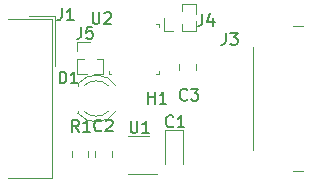
<source format=gbr>
G04 #@! TF.GenerationSoftware,KiCad,Pcbnew,(5.1.4)-1*
G04 #@! TF.CreationDate,2019-09-27T16:29:42+02:00*
G04 #@! TF.ProjectId,JoyAdapter,4a6f7941-6461-4707-9465-722e6b696361,rev?*
G04 #@! TF.SameCoordinates,Original*
G04 #@! TF.FileFunction,Legend,Top*
G04 #@! TF.FilePolarity,Positive*
%FSLAX46Y46*%
G04 Gerber Fmt 4.6, Leading zero omitted, Abs format (unit mm)*
G04 Created by KiCad (PCBNEW (5.1.4)-1) date 2019-09-27 16:29:42*
%MOMM*%
%LPD*%
G04 APERTURE LIST*
%ADD10C,0.120000*%
%ADD11C,0.150000*%
G04 APERTURE END LIST*
D10*
X5875000Y4824000D02*
X6985000Y4824000D01*
X5875000Y4064000D02*
X5875000Y4824000D01*
X7548471Y3304000D02*
X8095000Y3304000D01*
X5875000Y3304000D02*
X6421529Y3304000D01*
X8095000Y3304000D02*
X8095000Y2099000D01*
X5875000Y3304000D02*
X5875000Y2099000D01*
X7292530Y2099000D02*
X8095000Y2099000D01*
X5875000Y2099000D02*
X6677470Y2099000D01*
X13210000Y5748000D02*
X13210000Y6858000D01*
X13970000Y5748000D02*
X13210000Y5748000D01*
X14730000Y7421471D02*
X14730000Y7968000D01*
X14730000Y5748000D02*
X14730000Y6294529D01*
X14730000Y7968000D02*
X15935000Y7968000D01*
X14730000Y5748000D02*
X15935000Y5748000D01*
X15935000Y7165530D02*
X15935000Y7968000D01*
X15935000Y5748000D02*
X15935000Y6550470D01*
X8783000Y6301000D02*
X8558000Y6301000D01*
X12778000Y2081000D02*
X12778000Y2306000D01*
X12553000Y2081000D02*
X12778000Y2081000D01*
X8558000Y2081000D02*
X8558000Y2306000D01*
X8783000Y2081000D02*
X8558000Y2081000D01*
X12778000Y6301000D02*
X12778000Y6076000D01*
X12553000Y6301000D02*
X12778000Y6301000D01*
X4018000Y6963333D02*
X4018000Y2770000D01*
X1778000Y6963333D02*
X4018000Y6963333D01*
X3778000Y6723333D02*
X38000Y6723333D01*
X3778000Y-6723333D02*
X3778000Y6723333D01*
X38000Y-6723333D02*
X3778000Y-6723333D01*
X24193000Y-6145000D02*
X25003000Y-6145000D01*
X24193000Y6145000D02*
X25003000Y6145000D01*
X20783000Y4400000D02*
X20783000Y-4400000D01*
X10192000Y-6375000D02*
X12642000Y-6375000D01*
X11992000Y-3155000D02*
X10192000Y-3155000D01*
X6831400Y-4960252D02*
X6831400Y-4437748D01*
X5411400Y-4960252D02*
X5411400Y-4437748D01*
X5933000Y-1080000D02*
X5933000Y-1236000D01*
X5933000Y1236000D02*
X5933000Y1080000D01*
X8534130Y-1079837D02*
G75*
G02X6452039Y-1080000I-1041130J1079837D01*
G01*
X8534130Y1079837D02*
G75*
G03X6452039Y1080000I-1041130J-1079837D01*
G01*
X9165335Y-1078608D02*
G75*
G02X5933000Y-1235516I-1672335J1078608D01*
G01*
X9165335Y1078608D02*
G75*
G03X5933000Y1235516I-1672335J-1078608D01*
G01*
X14530000Y2928252D02*
X14530000Y2405748D01*
X15950000Y2928252D02*
X15950000Y2405748D01*
X8838000Y-4951252D02*
X8838000Y-4428748D01*
X7418000Y-4951252D02*
X7418000Y-4428748D01*
X13312000Y-2646000D02*
X13312000Y-5531000D01*
X14882000Y-2646000D02*
X13312000Y-2646000D01*
X14882000Y-5531000D02*
X14882000Y-2646000D01*
D11*
X6219866Y6059419D02*
X6219866Y5345133D01*
X6172247Y5202276D01*
X6077009Y5107038D01*
X5934152Y5059419D01*
X5838914Y5059419D01*
X7172247Y6059419D02*
X6696057Y6059419D01*
X6648438Y5583228D01*
X6696057Y5630847D01*
X6791295Y5678466D01*
X7029390Y5678466D01*
X7124628Y5630847D01*
X7172247Y5583228D01*
X7219866Y5487990D01*
X7219866Y5249895D01*
X7172247Y5154657D01*
X7124628Y5107038D01*
X7029390Y5059419D01*
X6791295Y5059419D01*
X6696057Y5107038D01*
X6648438Y5154657D01*
X16481466Y7177019D02*
X16481466Y6462733D01*
X16433847Y6319876D01*
X16338609Y6224638D01*
X16195752Y6177019D01*
X16100514Y6177019D01*
X17386228Y6843685D02*
X17386228Y6177019D01*
X17148133Y7224638D02*
X16910038Y6510352D01*
X17529085Y6510352D01*
X7188295Y7304019D02*
X7188295Y6494495D01*
X7235914Y6399257D01*
X7283533Y6351638D01*
X7378771Y6304019D01*
X7569247Y6304019D01*
X7664485Y6351638D01*
X7712104Y6399257D01*
X7759723Y6494495D01*
X7759723Y7304019D01*
X8188295Y7208780D02*
X8235914Y7256400D01*
X8331152Y7304019D01*
X8569247Y7304019D01*
X8664485Y7256400D01*
X8712104Y7208780D01*
X8759723Y7113542D01*
X8759723Y7018304D01*
X8712104Y6875447D01*
X8140676Y6304019D01*
X8759723Y6304019D01*
X4594266Y7634219D02*
X4594266Y6919933D01*
X4546647Y6777076D01*
X4451409Y6681838D01*
X4308552Y6634219D01*
X4213314Y6634219D01*
X5594266Y6634219D02*
X5022838Y6634219D01*
X5308552Y6634219D02*
X5308552Y7634219D01*
X5213314Y7491361D01*
X5118076Y7396123D01*
X5022838Y7348504D01*
X18462666Y5551419D02*
X18462666Y4837133D01*
X18415047Y4694276D01*
X18319809Y4599038D01*
X18176952Y4551419D01*
X18081714Y4551419D01*
X18843619Y5551419D02*
X19462666Y5551419D01*
X19129333Y5170466D01*
X19272190Y5170466D01*
X19367428Y5122847D01*
X19415047Y5075228D01*
X19462666Y4979990D01*
X19462666Y4741895D01*
X19415047Y4646657D01*
X19367428Y4599038D01*
X19272190Y4551419D01*
X18986476Y4551419D01*
X18891238Y4599038D01*
X18843619Y4646657D01*
X10414095Y-1890780D02*
X10414095Y-2700304D01*
X10461714Y-2795542D01*
X10509333Y-2843161D01*
X10604571Y-2890780D01*
X10795047Y-2890780D01*
X10890285Y-2843161D01*
X10937904Y-2795542D01*
X10985523Y-2700304D01*
X10985523Y-1890780D01*
X11985523Y-2890780D02*
X11414095Y-2890780D01*
X11699809Y-2890780D02*
X11699809Y-1890780D01*
X11604571Y-2033638D01*
X11509333Y-2128876D01*
X11414095Y-2176495D01*
X6030933Y-2814580D02*
X5697600Y-2338390D01*
X5459504Y-2814580D02*
X5459504Y-1814580D01*
X5840457Y-1814580D01*
X5935695Y-1862200D01*
X5983314Y-1909819D01*
X6030933Y-2005057D01*
X6030933Y-2147914D01*
X5983314Y-2243152D01*
X5935695Y-2290771D01*
X5840457Y-2338390D01*
X5459504Y-2338390D01*
X6983314Y-2814580D02*
X6411885Y-2814580D01*
X6697600Y-2814580D02*
X6697600Y-1814580D01*
X6602361Y-1957438D01*
X6507123Y-2052676D01*
X6411885Y-2100295D01*
X4392704Y1274819D02*
X4392704Y2274819D01*
X4630800Y2274819D01*
X4773657Y2227200D01*
X4868895Y2131961D01*
X4916514Y2036723D01*
X4964133Y1846247D01*
X4964133Y1703390D01*
X4916514Y1512914D01*
X4868895Y1417676D01*
X4773657Y1322438D01*
X4630800Y1274819D01*
X4392704Y1274819D01*
X5916514Y1274819D02*
X5345085Y1274819D01*
X5630800Y1274819D02*
X5630800Y2274819D01*
X5535561Y2131961D01*
X5440323Y2036723D01*
X5345085Y1989104D01*
X11861895Y-426980D02*
X11861895Y573019D01*
X11861895Y96828D02*
X12433323Y96828D01*
X12433323Y-426980D02*
X12433323Y573019D01*
X13433323Y-426980D02*
X12861895Y-426980D01*
X13147609Y-426980D02*
X13147609Y573019D01*
X13052371Y430161D01*
X12957133Y334923D01*
X12861895Y287304D01*
X15200333Y-77742D02*
X15152714Y-125361D01*
X15009857Y-172980D01*
X14914619Y-172980D01*
X14771761Y-125361D01*
X14676523Y-30123D01*
X14628904Y65114D01*
X14581285Y255590D01*
X14581285Y398447D01*
X14628904Y588923D01*
X14676523Y684161D01*
X14771761Y779400D01*
X14914619Y827019D01*
X15009857Y827019D01*
X15152714Y779400D01*
X15200333Y731780D01*
X15533666Y827019D02*
X16152714Y827019D01*
X15819380Y446066D01*
X15962238Y446066D01*
X16057476Y398447D01*
X16105095Y350828D01*
X16152714Y255590D01*
X16152714Y17495D01*
X16105095Y-77742D01*
X16057476Y-125361D01*
X15962238Y-172980D01*
X15676523Y-172980D01*
X15581285Y-125361D01*
X15533666Y-77742D01*
X7935933Y-2693942D02*
X7888314Y-2741561D01*
X7745457Y-2789180D01*
X7650219Y-2789180D01*
X7507361Y-2741561D01*
X7412123Y-2646323D01*
X7364504Y-2551085D01*
X7316885Y-2360609D01*
X7316885Y-2217752D01*
X7364504Y-2027276D01*
X7412123Y-1932038D01*
X7507361Y-1836800D01*
X7650219Y-1789180D01*
X7745457Y-1789180D01*
X7888314Y-1836800D01*
X7935933Y-1884419D01*
X8316885Y-1884419D02*
X8364504Y-1836800D01*
X8459742Y-1789180D01*
X8697838Y-1789180D01*
X8793076Y-1836800D01*
X8840695Y-1884419D01*
X8888314Y-1979657D01*
X8888314Y-2074895D01*
X8840695Y-2217752D01*
X8269266Y-2789180D01*
X8888314Y-2789180D01*
X14006533Y-2338342D02*
X13958914Y-2385961D01*
X13816057Y-2433580D01*
X13720819Y-2433580D01*
X13577961Y-2385961D01*
X13482723Y-2290723D01*
X13435104Y-2195485D01*
X13387485Y-2005009D01*
X13387485Y-1862152D01*
X13435104Y-1671676D01*
X13482723Y-1576438D01*
X13577961Y-1481200D01*
X13720819Y-1433580D01*
X13816057Y-1433580D01*
X13958914Y-1481200D01*
X14006533Y-1528819D01*
X14958914Y-2433580D02*
X14387485Y-2433580D01*
X14673200Y-2433580D02*
X14673200Y-1433580D01*
X14577961Y-1576438D01*
X14482723Y-1671676D01*
X14387485Y-1719295D01*
M02*

</source>
